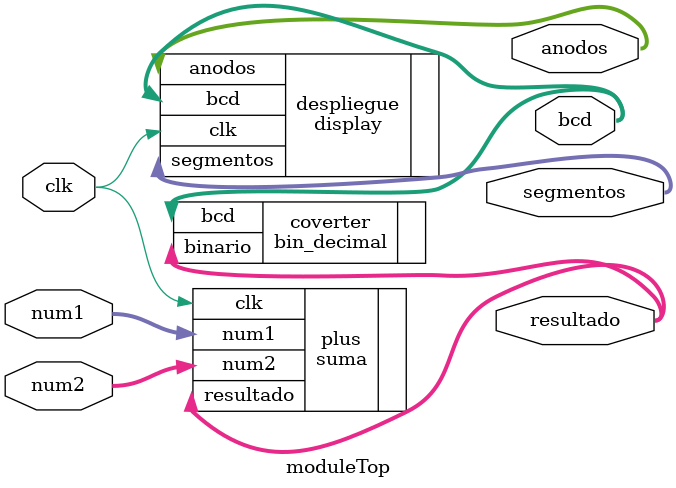
<source format=sv>
module moduleTop (
        // Declaración de señales
    input logic clk,
    input logic [11:0] num1, num2,
    output logic [12:0] resultado,
    output logic [15:0] bcd,
    output logic [3:0] anodos,
    output logic [6:0] segmentos
);
   
    // Instancia del módulo sumador que queremos probar
    suma plus(
        .clk(clk),
        .num1(num1),
        .num2(num2),
        .resultado(resultado)
    );

    bin_decimal coverter ( //usando el algoritmo de doble dabble
    .binario (resultado), //13 bits para manejar el acarreo
    .bcd (bcd)      // salida BCD 4 digitos
     );

    display despliegue (
    .clk (clk),
    .bcd (bcd), 
    .anodos (anodos),
    .segmentos (segmentos)
    );
    
endmodule
</source>
